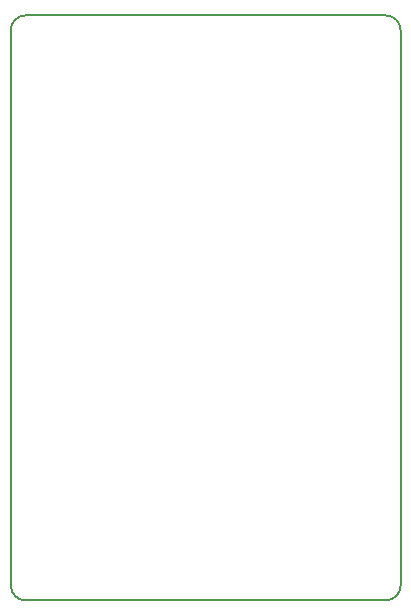
<source format=gm1>
G04 #@! TF.FileFunction,Profile,NP*
%FSLAX46Y46*%
G04 Gerber Fmt 4.6, Leading zero omitted, Abs format (unit mm)*
G04 Created by KiCad (PCBNEW 4.0.4+e1-6308~48~ubuntu16.04.1-stable) date Thu Oct 20 18:00:38 2016*
%MOMM*%
%LPD*%
G01*
G04 APERTURE LIST*
%ADD10C,0.100000*%
%ADD11C,0.150000*%
G04 APERTURE END LIST*
D10*
D11*
X128270000Y-119380000D02*
X128270000Y-72390000D01*
X161290000Y-119380000D02*
X161290000Y-72390000D01*
X128270000Y-119380000D02*
G75*
G03X129540000Y-120650000I1270000J0D01*
G01*
X160020000Y-120650000D02*
G75*
G03X161290000Y-119380000I0J1270000D01*
G01*
X129540000Y-120650000D02*
X160020000Y-120650000D01*
X160020000Y-71120000D02*
X129540000Y-71120000D01*
X161290000Y-72390000D02*
G75*
G03X160020000Y-71120000I-1270000J0D01*
G01*
X129540000Y-71120000D02*
G75*
G03X128270000Y-72390000I0J-1270000D01*
G01*
M02*

</source>
